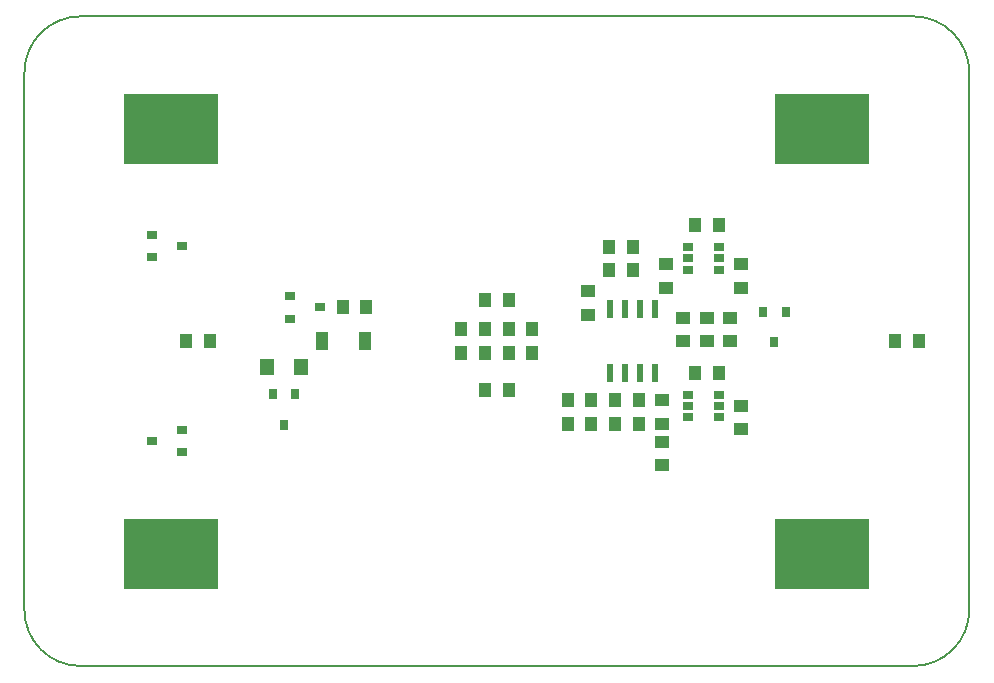
<source format=gtp>
G04*
G04 #@! TF.GenerationSoftware,Altium Limited,CircuitStudio,1.5.2 (30)*
G04*
G04 Layer_Color=7318015*
%FSLAX25Y25*%
%MOIN*%
G70*
G01*
G75*
%ADD10R,0.03740X0.02559*%
%ADD11R,0.31496X0.23622*%
%ADD12R,0.03937X0.06299*%
%ADD13R,0.05118X0.05512*%
%ADD14R,0.03937X0.04921*%
%ADD15R,0.04921X0.03937*%
%ADD16R,0.02362X0.06102*%
%ADD17R,0.02559X0.03740*%
%ADD21C,0.00500*%
D10*
X329882Y237992D02*
D03*
Y234252D02*
D03*
Y230512D02*
D03*
X319724D02*
D03*
Y234252D02*
D03*
Y237992D02*
D03*
X329882Y181299D02*
D03*
Y185039D02*
D03*
Y188779D02*
D03*
X319724D02*
D03*
Y185039D02*
D03*
Y181299D02*
D03*
X186846Y221665D02*
D03*
Y214185D02*
D03*
X197004Y217925D02*
D03*
X151004Y169685D02*
D03*
Y177165D02*
D03*
X140847Y173425D02*
D03*
X151004Y238425D02*
D03*
X140847Y234685D02*
D03*
Y242165D02*
D03*
D11*
X364449Y135827D02*
D03*
X147362D02*
D03*
X364449Y277559D02*
D03*
X147362D02*
D03*
D12*
X211811Y206693D02*
D03*
X197638D02*
D03*
D13*
X179217Y197925D02*
D03*
X190634D02*
D03*
D14*
X295276Y187008D02*
D03*
X303150Y187008D02*
D03*
X293307Y230315D02*
D03*
X301181Y230315D02*
D03*
X279559Y187039D02*
D03*
X287433Y187039D02*
D03*
X321988Y245425D02*
D03*
X329862Y245425D02*
D03*
X321988Y195925D02*
D03*
X329862Y195925D02*
D03*
X259888Y202825D02*
D03*
X267762Y202825D02*
D03*
X251969Y202756D02*
D03*
X244094Y202756D02*
D03*
X396457Y206693D02*
D03*
X388583Y206693D02*
D03*
X152330Y206693D02*
D03*
X160204Y206693D02*
D03*
X251988Y220425D02*
D03*
X259862Y220425D02*
D03*
X303150Y179134D02*
D03*
X295276Y179134D02*
D03*
X251988Y190425D02*
D03*
X259862Y190425D02*
D03*
X293307Y238189D02*
D03*
X301181Y238189D02*
D03*
X287362Y178925D02*
D03*
X279488Y178925D02*
D03*
X267717Y210630D02*
D03*
X259842Y210630D02*
D03*
X244094D02*
D03*
X251969Y210630D02*
D03*
X212362Y217925D02*
D03*
X204488Y217925D02*
D03*
D15*
X311024Y187008D02*
D03*
X311024Y179134D02*
D03*
X286425Y223362D02*
D03*
X286425Y215488D02*
D03*
X317913Y214567D02*
D03*
X317913Y206693D02*
D03*
X337425Y224488D02*
D03*
X337425Y232362D02*
D03*
X312425Y224488D02*
D03*
X312425Y232362D02*
D03*
X337425Y185236D02*
D03*
X337425Y177362D02*
D03*
X333661Y206693D02*
D03*
X333661Y214567D02*
D03*
X311024Y165354D02*
D03*
X311024Y173228D02*
D03*
X325787Y206693D02*
D03*
X325787Y214567D02*
D03*
D16*
X293681Y196063D02*
D03*
X298681D02*
D03*
X303681D02*
D03*
X308681D02*
D03*
X293681Y217323D02*
D03*
X298681D02*
D03*
X303681D02*
D03*
X308681D02*
D03*
D17*
X348425Y206347D02*
D03*
X344685Y216504D02*
D03*
X352165D02*
D03*
X188665Y189004D02*
D03*
X181185D02*
D03*
X184925Y178847D02*
D03*
D21*
X117126Y314961D02*
G03*
X98425Y296260I0J-18701D01*
G01*
X413386D02*
G03*
X394685Y314961I-18701J0D01*
G01*
Y98425D02*
G03*
X413386Y117126I0J18701D01*
G01*
X98425D02*
G03*
X117126Y98425I18701J0D01*
G01*
X98425Y117126D02*
Y296260D01*
X117126Y98425D02*
X394685D01*
X117126Y314961D02*
X394685D01*
X413386Y117126D02*
Y296260D01*
M02*

</source>
